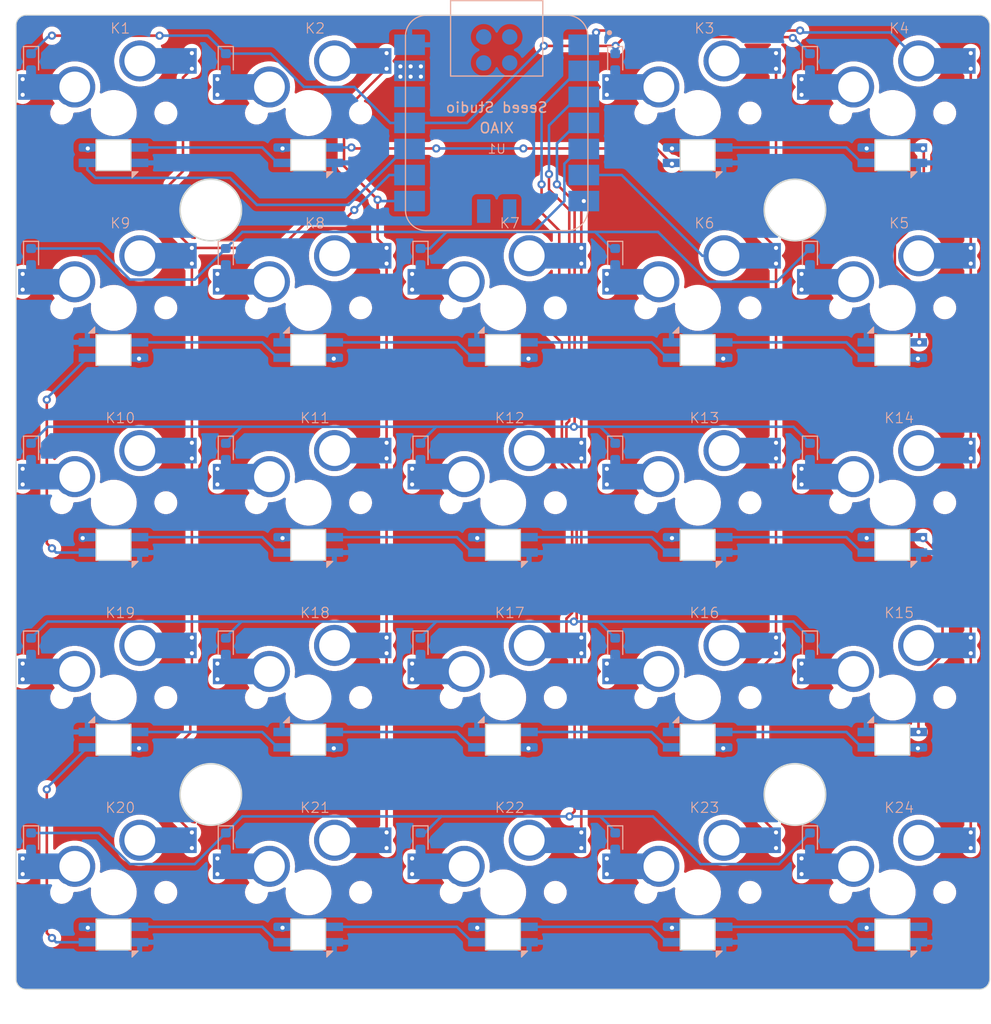
<source format=kicad_pcb>
(kicad_pcb (version 20221018) (generator pcbnew)
  (layers (0 "F.Cu" signal) (31 "B.Cu" signal) (34 "B.Paste" user) (35 "F.Paste" user) (36 "B.SilkS" user "B.Silkscreen") (37 "F.SilkS" user "F.Silkscreen") (38 "B.Mask" user) (39 "F.Mask" user) (44 "Edge.Cuts" user))
  (net 0 "")
  (net 1 "VDD")
  (net 2 "Net-(K1-DOUT)")
  (net 3 "GND")
  (net 4 "/LED_DIN")
  (net 5 "/ROW1")
  (net 6 "/COL1")
  (net 7 "Net-(K2-DOUT)")
  (net 8 "/COL2")
  (net 9 "Net-(K3-DOUT)")
  (net 10 "/COL4")
  (net 11 "Net-(K4-DOUT)")
  (net 12 "/COL5")
  (net 13 "Net-(K5-DOUT)")
  (net 14 "/ROW2")
  (net 15 "Net-(K6-DOUT)")
  (net 16 "Net-(K7-DOUT)")
  (net 17 "/COL3")
  (net 18 "Net-(K8-DOUT)")
  (net 19 "Net-(K10-DIN)")
  (net 20 "Net-(K10-DOUT)")
  (net 21 "/ROW3")
  (net 22 "Net-(K11-DOUT)")
  (net 23 "Net-(K12-DOUT)")
  (net 24 "Net-(K13-DOUT)")
  (net 25 "Net-(K14-DOUT)")
  (net 26 "Net-(K15-DOUT)")
  (net 27 "/ROW4")
  (net 28 "Net-(K16-DOUT)")
  (net 29 "Net-(K17-DOUT)")
  (net 30 "Net-(K18-DOUT)")
  (net 31 "Net-(K19-DOUT)")
  (net 32 "Net-(K20-DOUT)")
  (net 33 "/ROW5")
  (net 34 "Net-(K21-DOUT)")
  (net 35 "Net-(K22-DOUT)")
  (net 36 "Net-(K23-DOUT)")
  (footprint "easy_keeb:1U_hl" (layer "F.Cu") (at 88.509038 122.568897)
    (fp_text reference "K22")
    (fp_text value "~")
    (fp_line (start 7.796569 -6.910845) (end 7.796569 -3.910845) (stroke (width 0.12)) (layer "Edge.Cuts"))
    (fp_line (start 7.796569 -3.910845) (end 11.196569 -3.910845) (stroke (width 0.12)) (layer "Edge.Cuts"))
    (fp_line (start 11.196569 -6.910845) (end 7.796569 -6.910845) (stroke (width 0.12)) (layer "Edge.Cuts"))
    (fp_line (start 11.196569 -3.910845) (end 11.196569 -6.910845) (stroke (width 0.12)) (layer "Edge.Cuts"))
  )
  (footprint "easy_keeb:1U_hl" (layer "F.Cu") (at 50.509038 46.568897)
    (fp_text reference "K1")
    (fp_text value "~")
    (fp_line (start 7.796569 -6.910845) (end 7.796569 -3.910845) (stroke (width 0.12)) (layer "Edge.Cuts"))
    (fp_line (start 7.796569 -3.910845) (end 11.196569 -3.910845) (stroke (width 0.12)) (layer "Edge.Cuts"))
    (fp_line (start 11.196569 -6.910845) (end 7.796569 -6.910845) (stroke (width 0.12)) (layer "Edge.Cuts"))
    (fp_line (start 11.196569 -3.910845) (end 11.196569 -6.910845) (stroke (width 0.12)) (layer "Edge.Cuts"))
  )
  (footprint "easy_keeb:1U_hl_backwards" (layer "F.Cu") (at 126.509038 65.568897)
    (fp_text reference "K5")
    (fp_text value "~")
    (fp_line (start 7.796569 -6.910845) (end 7.796569 -3.910845) (stroke (width 0.12)) (layer "Edge.Cuts"))
    (fp_line (start 7.796569 -3.910845) (end 11.196569 -3.910845) (stroke (width 0.12)) (layer "Edge.Cuts"))
    (fp_line (start 11.196569 -6.910845) (end 7.796569 -6.910845) (stroke (width 0.12)) (layer "Edge.Cuts"))
    (fp_line (start 11.196569 -3.910845) (end 11.196569 -6.910845) (stroke (width 0.12)) (layer "Edge.Cuts"))
  )
  (footprint "easy_keeb:1U_hl_backwards" (layer "F.Cu") (at 69.509038 103.568897)
    (fp_text reference "K18")
    (fp_text value "~")
    (fp_line (start 7.796569 -6.910845) (end 7.796569 -3.910845) (stroke (width 0.12)) (layer "Edge.Cuts"))
    (fp_line (start 7.796569 -3.910845) (end 11.196569 -3.910845) (stroke (width 0.12)) (layer "Edge.Cuts"))
    (fp_line (start 11.196569 -6.910845) (end 7.796569 -6.910845) (stroke (width 0.12)) (layer "Edge.Cuts"))
    (fp_line (start 11.196569 -3.910845) (end 11.196569 -6.910845) (stroke (width 0.12)) (layer "Edge.Cuts"))
  )
  (footprint "easy_keeb:1U_hl" (layer "F.Cu") (at 50.509038 122.568897)
    (fp_text reference "K20")
    (fp_text value "~")
    (fp_line (start 7.796569 -6.910845) (end 7.796569 -3.910845) (stroke (width 0.12)) (layer "Edge.Cuts"))
    (fp_line (start 7.796569 -3.910845) (end 11.196569 -3.910845) (stroke (width 0.12)) (layer "Edge.Cuts"))
    (fp_line (start 11.196569 -6.910845) (end 7.796569 -6.910845) (stroke (width 0.12)) (layer "Edge.Cuts"))
    (fp_line (start 11.196569 -3.910845) (end 11.196569 -6.910845) (stroke (width 0.12)) (layer "Edge.Cuts"))
  )
  (footprint "easy_keeb:1U_hl" (layer "F.Cu") (at 69.509038 46.568897)
    (fp_text reference "K2")
    (fp_text value "~")
    (fp_line (start 7.796569 -6.910845) (end 7.796569 -3.910845) (stroke (width 0.12)) (layer "Edge.Cuts"))
    (fp_line (start 7.796569 -3.910845) (end 11.196569 -3.910845) (stroke (width 0.12)) (layer "Edge.Cuts"))
    (fp_line (start 11.196569 -6.910845) (end 7.796569 -6.910845) (stroke (width 0.12)) (layer "Edge.Cuts"))
    (fp_line (start 11.196569 -3.910845) (end 11.196569 -6.910845) (stroke (width 0.12)) (layer "Edge.Cuts"))
  )
  (footprint "easy_keeb:1U_hl" (layer "F.Cu") (at 69.509038 84.568897)
    (fp_text reference "K11")
    (fp_text value "~")
    (fp_line (start 7.796569 -6.910845) (end 7.796569 -3.910845) (stroke (width 0.12)) (layer "Edge.Cuts"))
    (fp_line (start 7.796569 -3.910845) (end 11.196569 -3.910845) (stroke (width 0.12)) (layer "Edge.Cuts"))
    (fp_line (start 11.196569 -6.910845) (end 7.796569 -6.910845) (stroke (width 0.12)) (layer "Edge.Cuts"))
    (fp_line (start 11.196569 -3.910845) (end 11.196569 -6.910845) (stroke (width 0.12)) (layer "Edge.Cuts"))
  )
  (footprint "easy_keeb:1U_hl_backwards" (layer "F.Cu") (at 50.509038 103.568897)
    (fp_text reference "K19")
    (fp_text value "~")
    (fp_line (start 7.796569 -6.910845) (end 7.796569 -3.910845) (stroke (width 0.12)) (layer "Edge.Cuts"))
    (fp_line (start 7.796569 -3.910845) (end 11.196569 -3.910845) (stroke (width 0.12)) (layer "Edge.Cuts"))
    (fp_line (start 11.196569 -6.910845) (end 7.796569 -6.910845) (stroke (width 0.12)) (layer "Edge.Cuts"))
    (fp_line (start 11.196569 -3.910845) (end 11.196569 -6.910845) (stroke (width 0.12)) (layer "Edge.Cuts"))
  )
  (footprint "easy_keeb:1U_hl" (layer "F.Cu") (at 126.509038 84.568897)
    (fp_text reference "K14")
    (fp_text value "~")
    (fp_line (start 7.796569 -6.910845) (end 7.796569 -3.910845) (stroke (width 0.12)) (layer "Edge.Cuts"))
    (fp_line (start 7.796569 -3.910845) (end 11.196569 -3.910845) (stroke (width 0.12)) (layer "Edge.Cuts"))
    (fp_line (start 11.196569 -6.910845) (end 7.796569 -6.910845) (stroke (width 0.12)) (layer "Edge.Cuts"))
    (fp_line (start 11.196569 -3.910845) (end 11.196569 -6.910845) (stroke (width 0.12)) (layer "Edge.Cuts"))
  )
  (footprint "easy_keeb:1U_hl_backwards" (layer "F.Cu") (at 126.509038 103.568897)
    (fp_text reference "K15")
    (fp_text value "~")
    (fp_line (start 7.796569 -6.910845) (end 7.796569 -3.910845) (stroke (width 0.12)) (layer "Edge.Cuts"))
    (fp_line (start 7.796569 -3.910845) (end 11.196569 -3.910845) (stroke (width 0.12)) (layer "Edge.Cuts"))
    (fp_line (start 11.196569 -6.910845) (end 7.796569 -6.910845) (stroke (width 0.12)) (layer "Edge.Cuts"))
    (fp_line (start 11.196569 -3.910845) (end 11.196569 -6.910845) (stroke (width 0.12)) (layer "Edge.Cuts"))
  )
  (footprint "easy_keeb:1U_hl" (layer "F.Cu") (at 107.509038 46.568897)
    (fp_text reference "K3")
    (fp_text value "~")
    (fp_line (start 7.796569 -6.910845) (end 7.796569 -3.910845) (stroke (width 0.12)) (layer "Edge.Cuts"))
    (fp_line (start 7.796569 -3.910845) (end 11.196569 -3.910845) (stroke (width 0.12)) (layer "Edge.Cuts"))
    (fp_line (start 11.196569 -6.910845) (end 7.796569 -6.910845) (stroke (width 0.12)) (layer "Edge.Cuts"))
    (fp_line (start 11.196569 -3.910845) (end 11.196569 -6.910845) (stroke (width 0.12)) (layer "Edge.Cuts"))
  )
  (footprint "easy_keeb:1U_hl_backwards" (layer "F.Cu") (at 107.509038 65.568897)
    (fp_text reference "K6")
    (fp_text value "~")
    (fp_line (start 7.796569 -6.910845) (end 7.796569 -3.910845) (stroke (width 0.12)) (layer "Edge.Cuts"))
    (fp_line (start 7.796569 -3.910845) (end 11.196569 -3.910845) (stroke (width 0.12)) (layer "Edge.Cuts"))
    (fp_line (start 11.196569 -6.910845) (end 7.796569 -6.910845) (stroke (width 0.12)) (layer "Edge.Cuts"))
    (fp_line (start 11.196569 -3.910845) (end 11.196569 -6.910845) (stroke (width 0.12)) (layer "Edge.Cuts"))
  )
  (footprint "easy_keeb:1U_hl" (layer "F.Cu") (at 126.509038 122.568897)
    (fp_text reference "K24")
    (fp_text value "~")
    (fp_line (start 7.796569 -6.910845) (end 7.796569 -3.910845) (stroke (width 0.12)) (layer "Edge.Cuts"))
    (fp_line (start 7.796569 -3.910845) (end 11.196569 -3.910845) (stroke (width 0.12)) (layer "Edge.Cuts"))
    (fp_line (start 11.196569 -6.910845) (end 7.796569 -6.910845) (stroke (width 0.12)) (layer "Edge.Cuts"))
    (fp_line (start 11.196569 -3.910845) (end 11.196569 -6.910845) (stroke (width 0.12)) (layer "Edge.Cuts"))
  )
  (footprint "easy_keeb:1U_hl_backwards" (layer "F.Cu") (at 50.509038 65.568897)
    (fp_text reference "K9")
    (fp_text value "~")
    (fp_line (start 7.796569 -6.910845) (end 7.796569 -3.910845) (stroke (width 0.12)) (layer "Edge.Cuts"))
    (fp_line (start 7.796569 -3.910845) (end 11.196569 -3.910845) (stroke (width 0.12)) (layer "Edge.Cuts"))
    (fp_line (start 11.196569 -6.910845) (end 7.796569 -6.910845) (stroke (width 0.12)) (layer "Edge.Cuts"))
    (fp_line (start 11.196569 -3.910845) (end 11.196569 -6.910845) (stroke (width 0.12)) (layer "Edge.Cuts"))
  )
  (footprint "easy_keeb:1U_hl_backwards" (layer "F.Cu") (at 88.509038 103.568897)
    (fp_text reference "K17")
    (fp_text value "~")
    (fp_line (start 7.796569 -6.910845) (end 7.796569 -3.910845) (stroke (width 0.12)) (layer "Edge.Cuts"))
    (fp_line (start 7.796569 -3.910845) (end 11.196569 -3.910845) (stroke (width 0.12)) (layer "Edge.Cuts"))
    (fp_line (start 11.196569 -6.910845) (end 7.796569 -6.910845) (stroke (width 0.12)) (layer "Edge.Cuts"))
    (fp_line (start 11.196569 -3.910845) (end 11.196569 -6.910845) (stroke (width 0.12)) (layer "Edge.Cuts"))
  )
  (footprint "easy_keeb:1U_hl" (layer "F.Cu") (at 126.509038 46.568897)
    (fp_text reference "K4")
    (fp_text value "~")
    (fp_line (start 7.796569 -6.910845) (end 7.796569 -3.910845) (stroke (width 0.12)) (layer "Edge.Cuts"))
    (fp_line (start 7.796569 -3.910845) (end 11.196569 -3.910845) (stroke (width 0.12)) (layer "Edge.Cuts"))
    (fp_line (start 11.196569 -6.910845) (end 7.796569 -6.910845) (stroke (width 0.12)) (layer "Edge.Cuts"))
    (fp_line (start 11.196569 -3.910845) (end 11.196569 -6.910845) (stroke (width 0.12)) (layer "Edge.Cuts"))
  )
  (footprint "easy_keeb:1U_hl_backwards" (layer "F.Cu") (at 88.509038 65.568897)
    (fp_text reference "K7")
    (fp_text value "~")
    (fp_line (start 7.796569 -6.910845) (end 7.796569 -3.910845) (stroke (width 0.12)) (layer "Edge.Cuts"))
    (fp_line (start 7.796569 -3.910845) (end 11.196569 -3.910845) (stroke (width 0.12)) (layer "Edge.Cuts"))
    (fp_line (start 11.196569 -6.910845) (end 7.796569 -6.910845) (stroke (width 0.12)) (layer "Edge.Cuts"))
    (fp_line (start 11.196569 -3.910845) (end 11.196569 -6.910845) (stroke (width 0.12)) (layer "Edge.Cuts"))
  )
  (footprint "easy_keeb:1U_hl" (layer "F.Cu") (at 88.509038 84.568897)
    (fp_text reference "K12")
    (fp_text value "~")
    (fp_line (start 7.796569 -6.910845) (end 7.796569 -3.910845) (stroke (width 0.12)) (layer "Edge.Cuts"))
    (fp_line (start 7.796569 -3.910845) (end 11.196569 -3.910845) (stroke (width 0.12)) (layer "Edge.Cuts"))
    (fp_line (start 11.196569 -6.910845) (end 7.796569 -6.910845) (stroke (width 0.12)) (layer "Edge.Cuts"))
    (fp_line (start 11.196569 -3.910845) (end 11.196569 -6.910845) (stroke (width 0.12)) (layer "Edge.Cuts"))
  )
  (footprint "easy_keeb:1U_hl" (layer "F.Cu") (at 69.509038 122.568897)
    (fp_text reference "K21")
    (fp_text value "~")
    (fp_line (start 7.796569 -6.910845) (end 7.796569 -3.910845) (stroke (width 0.12)) (layer "Edge.Cuts"))
    (fp_line (start 7.796569 -3.910845) (end 11.196569 -3.910845) (stroke (width 0.12)) (layer "Edge.Cuts"))
    (fp_line (start 11.196569 -6.910845) (end 7.796569 -6.910845) (stroke (width 0.12)) (layer "Edge.Cuts"))
    (fp_line (start 11.196569 -3.910845) (end 11.196569 -6.910845) (stroke (width 0.12)) (layer "Edge.Cuts"))
  )
  (footprint "easy_keeb:1U_hl" (layer "F.Cu") (at 107.509038 122.568897)
    (fp_text reference "K23")
    (fp_text value "~")
    (fp_line (start 7.796569 -6.910845) (end 7.796569 -3.910845) (stroke (width 0.12)) (layer "Edge.Cuts"))
    (fp_line (start 7.796569 -3.910845) (end 11.196569 -3.910845) (stroke (width 0.12)) (layer "Edge.Cuts"))
    (fp_line (start 11.196569 -6.910845) (end 7.796569 -6.910845) (stroke (width 0.12)) (layer "Edge.Cuts"))
    (fp_line (start 11.196569 -3.910845) (end 11.196569 -6.910845) (stroke (width 0.12)) (layer "Edge.Cuts"))
  )
  (footprint "easy_keeb:1U_hl" (layer "F.Cu") (at 107.509038 84.568897)
    (fp_text reference "K13")
    (fp_text value "~")
    (fp_line (start 7.796569 -6.910845) (end 7.796569 -3.910845) (stroke (width 0.12)) (layer "Edge.Cuts"))
    (fp_line (start 7.796569 -3.910845) (end 11.196569 -3.910845) (stroke (width 0.12)) (layer "Edge.Cuts"))
    (fp_line (start 11.196569 -6.910845) (end 7.796569 -6.910845) (stroke (width 0.12)) (layer "Edge.Cuts"))
    (fp_line (start 11.196569 -3.910845) (end 11.196569 -6.910845) (stroke (width 0.12)) (layer "Edge.Cuts"))
  )
  (footprint "easy_keeb:1U_hl_backwards" (layer "F.Cu") (at 69.509038 65.568897)
    (fp_text reference "K8")
    (fp_text value "~")
    (fp_line (start 7.796569 -6.910845) (end 7.796569 -3.910845) (stroke (width 0.12)) (layer "Edge.Cuts"))
    (fp_line (start 7.796569 -3.910845) (end 11.196569 -3.910845) (stroke (width 0.12)) (layer "Edge.Cuts"))
    (fp_line (start 11.196569 -6.910845) (end 7.796569 -6.910845) (stroke (width 0.12)) (layer "Edge.Cuts"))
    (fp_line (start 11.196569 -3.910845) (end 11.196569 -6.910845) (stroke (width 0.12)) (layer "Edge.Cuts"))
  )
  (footprint "easy_keeb:1U_hl" (layer "F.Cu") (at 50.509038 84.568897)
    (fp_text reference "K10")
    (fp_text value "~")
    (fp_line (start 7.796569 -6.910845) (end 7.796569 -3.910845) (stroke (width 0.12)) (layer "Edge.Cuts"))
    (fp_line (start 7.796569 -3.910845) (end 11.196569 -3.910845) (stroke (width 0.12)) (layer "Edge.Cuts"))
    (fp_line (start 11.196569 -6.910845) (end 7.796569 -6.910845) (stroke (width 0.12)) (layer "Edge.Cuts"))
    (fp_line (start 11.196569 -3.910845) (end 11.196569 -6.910845) (stroke (width 0.12)) (layer "Edge.Cuts"))
  )
  (footprint "easy_keeb:1U_hl_backwards" (layer "F.Cu") (at 107.509038 103.568897)
    (fp_text reference "K16")
    (fp_text value "~")
    (fp_line (start 7.796569 -6.910845) (end 7.796569 -3.910845) (stroke (width 0.12)) (layer "Edge.Cuts"))
    (fp_line (start 7.796569 -3.910845) (end 11.196569 -3.910845) (stroke (width 0.12)) (layer "Edge.Cuts"))
    (fp_line (start 11.196569 -6.910845) (end 7.796569 -6.910845) (stroke (width 0.12)) (layer "Edge.Cuts"))
    (fp_line (start 11.196569 -3.910845) (end 11.196569 -6.910845) (stroke (width 0.12)) (layer "Edge.Cuts"))
  )
  (footprint "Seeed Studio XIAO Series Library:XIAO-SAMD21-RP2040-14P-2.54-21X17.8MM (Seeeduino XIAO)" (layer "B.Cu") (at 97.396717 38.009387 180)
    (fp_text reference "U1")
    (fp_text value "Seeed Studio XIAO SAMD21" hide)
  )
  (gr_line (start 51.5 27.5) (end 144.5 27.5) (stroke (width 0.1)) (layer "Edge.Cuts"))
  (gr_arc (start 51.5 122.5) (mid 50.792893 122.207107) (end 50.5 121.5) (stroke (width 0.1)) (layer "Edge.Cuts"))
  (gr_circle (center 69.5 103.5) (end 72.5 103.5) (stroke (width 0.15)) (fill none) (layer "Edge.Cuts"))
  (gr_circle (center 69.5 46.5) (end 72.5 46.5) (stroke (width 0.15)) (fill none) (layer "Edge.Cuts"))
  (gr_arc (start 144.5 27.5) (mid 145.207107 27.792893) (end 145.5 28.5) (stroke (width 0.1)) (layer "Edge.Cuts"))
  (gr_line (start 50.5 121.5) (end 50.5 28.5) (stroke (width 0.1)) (layer "Edge.Cuts"))
  (gr_line (start 144.5 122.5) (end 51.5 122.5) (stroke (width 0.1)) (layer "Edge.Cuts"))
  (gr_arc (start 50.5 28.5) (mid 50.792893 27.792893) (end 51.5 27.5) (stroke (width 0.1)) (layer "Edge.Cuts"))
  (gr_circle (center 126.5 103.5) (end 129.5 103.5) (stroke (width 0.15)) (fill none) (layer "Edge.Cuts"))
  (gr_line (start 145.5 28.5) (end 145.5 121.5) (stroke (width 0.1)) (layer "Edge.Cuts"))
  (gr_arc (start 145.5 121.5) (mid 145.207107 122.207107) (end 144.5 122.5) (stroke (width 0.1)) (layer "Edge.Cuts"))
  (gr_circle (center 126.5 46.5) (end 129.5 46.5) (stroke (width 0.15)) (fill none) (layer "Edge.Cuts"))
  (segment (start 76.015607 41.908052) (end 74.515607 40.408052) (width 0.25) (layer "B.Cu") (net 2))
  (segment (start 74.515607 40.408052) (end 62.555607 40.408052) (width 0.25) (layer "B.Cu") (net 2))
  (segment (start 76.455607 41.908052) (end 76.015607 41.908052) (width 0.25) (layer "B.Cu") (net 2))
  (via (at 90 33.5) (size 0.8) (drill 0.4) (layers "F.Cu" "B.Cu") (net 3))
  (via (at 114.5 40.5) (size 0.8) (drill 0.4) (layers "F.Cu" "B.Cu") (net 3))
  (via (at 114.5 116.5) (size 0.8) (drill 0.4) (layers "F.Cu" "B.Cu") (net 3))
  (via (at 57.5 40.5) (size 0.8) (drill 0.4) (layers "F.Cu" "B.Cu") (net 3))
  (via (at 57.5 116.5) (size 0.8) (drill 0.4) (layers "F.Cu" "B.Cu") (net 3))
  (via (at 81.5 61) (size 0.8) (drill 0.4) (layers "F.Cu" "B.Cu") (net 3))
  (via (at 133.5 78.5) (size 0.8) (drill 0.4) (layers "F.Cu" "B.Cu") (net 3))
  (via (at 119.5 99) (size 0.8) (drill 0.4) (layers "F.Cu" "B.Cu") (net 3))
  (via (at 119.5 61) (size 0.8) (drill 0.4) (layers "F.Cu" "B.Cu") (net 3))
  (via (at 100.5 61) (size 0.8) (drill 0.4) (layers "F.Cu" "B.Cu") (net 3))
  (via (at 95.5 78.5) (size 0.8) (drill 0.4) (layers "F.Cu" "B.Cu") (net 3))
  (via (at 62.5 99) (size 0.8) (drill 0.4) (layers "F.Cu" "B.Cu") (net 3))
  (via (at 100.5 99) (size 0.8) (drill 0.4) (layers "F.Cu" "B.Cu") (net 3))
  (via (at 62.5 61) (size 0.8) (drill 0.4) (layers "F.Cu" "B.Cu") (net 3))
  (via (at 133.5 116.5) (size 0.8) (drill 0.4) (layers "F.Cu" "B.Cu") (net 3))
  (via (at 76.5 116.5) (size 0.8) (drill 0.4) (layers "F.Cu" "B.Cu") (net 3))
  (via (at 133.5 40.5) (size 0.8) (drill 0.4) (layers "F.Cu" "B.Cu") (net 3))
  (via (at 89 32.5) (size 0.8) (drill 0.4) (layers "F.Cu" "B.Cu") (net 3))
  (via (at 138.5 99) (size 0.8) (drill 0.4) (layers "F.Cu" "B.Cu") (net 3))
  (via (at 88 32.5) (size 0.8) (drill 0.4) (layers "F.Cu" "B.Cu") (net 3))
  (via (at 89 33.5) (size 0.8) (drill 0.4) (layers "F.Cu" "B.Cu") (net 3))
  (via (at 95.5 116.5) (size 0.8) (drill 0.4) (layers "F.Cu" "B.Cu") (net 3))
  (via (at 90 32.5) (size 0.8) (drill 0.4) (layers "F.Cu" "B.Cu") (net 3))
  (via (at 76.5 40.5) (size 0.8) (drill 0.4) (layers "F.Cu" "B.Cu") (net 3))
  (via (at 81.5 99) (size 0.8) (drill 0.4) (layers "F.Cu" "B.Cu") (net 3))
  (via (at 57 78.5) (size 0.8) (drill 0.4) (layers "F.Cu" "B.Cu") (net 3))
  (via (at 76.5 78.5) (size 0.8) (drill 0.4) (layers "F.Cu" "B.Cu") (net 3))
  (via (at 114.5 78.5) (size 0.8) (drill 0.4) (layers "F.Cu" "B.Cu") (net 3))
  (via (at 88 33.5) (size 0.8) (drill 0.4) (layers "F.Cu" "B.Cu") (net 3))
  (via (at 138.5 61) (size 0.8) (drill 0.4) (layers "F.Cu" "B.Cu") (net 3))
  (segment (start 88.896717 32.929387) (end 89.429387 32.929387) (width 0.25) (layer "B.Cu") (net 3))
  (segment (start 88.429387 32.929387) (end 88 32.5) (width 0.25) (layer "B.Cu") (net 3))
  (segment (start 89.570613 32.929387) (end 90 32.5) (width 0.25) (layer "B.Cu") (net 3))
  (segment (start 88.896717 32.929387) (end 88.896717 32.603283) (width 0.25) (layer "B.Cu") (net 3))
  (segment (start 88.896717 33.396717) (end 89 33.5) (width 0.25) (layer "B.Cu") (net 3))
  (segment (start 89.429387 32.929387) (end 90 33.5) (width 0.25) (layer "B.Cu") (net 3))
  (segment (start 88.896717 32.603283) (end 89 32.5) (width 0.25) (layer "B.Cu") (net 3))
  (segment (start 88.570613 32.929387) (end 88 33.5) (width 0.25) (layer "B.Cu") (net 3))
  (segment (start 88.896717 32.929387) (end 88.429387 32.929387) (width 0.25) (layer "B.Cu") (net 3))
  (segment (start 88.896717 32.929387) (end 88.896717 33.396717) (width 0.25) (layer "B.Cu") (net 3))
  (segment (start 88.896717 32.929387) (end 88.570613 32.929387) (width 0.25) (layer "B.Cu") (net 3))
  (segment (start 88.896717 32.929387) (end 89.570613 32.929387) (width 0.25) (layer "B.Cu") (net 3))
  (segment (start 71.367238 43.367238) (end 74 46) (width 0.25) (layer "B.Cu") (net 4))
  (segment (start 57.455607 42.568052) (end 58.254793 43.367238) (width 0.25) (layer "B.Cu") (net 4))
  (segment (start 58.254793 43.367238) (end 71.367238 43.367238) (width 0.25) (layer "B.Cu") (net 4))
  (segment (start 82.946104 46) (end 88.396717 40.549387) (width 0.25) (layer "B.Cu") (net 4))
  (segment (start 88.396717 40.549387) (end 88.896717 40.549387) (width 0.25) (layer "B.Cu") (net 4))
  (segment (start 57.455607 41.908052) (end 57.455607 42.568052) (width 0.25) (layer "B.Cu") (net 4))
  (segment (start 74 46) (end 82.946104 46) (width 0.25) (layer "B.Cu") (net 4))
  (segment (start 54 29.5) (end 64.5 29.5) (width 0.25) (layer "F.Cu") (net 5))
  (segment (start 126.207642 29.638897) (end 109.861103 29.638897) (width 0.25) (layer "F.Cu") (net 5))
  (segment (start 126.293245 29.7245) (end 126.207642 29.638897) (width 0.25) (layer "F.Cu") (net 5))
  (segment (start 109.861103 29.638897) (end 109 30.5) (width 0.25) (layer "F.Cu") (net 5))
  (segment (start 102 30.5) (end 109 30.5) (width 0.25) (layer "F.Cu") (net 5))
  (via (at 109 30.5) (size 0.8) (drill 0.4) (layers "F.Cu" "B.Cu") (net 5))
  (via (at 102 30.5) (size 0.8) (drill 0.4) (layers "F.Cu" "B.Cu") (net 5))
  (via (at 54 29.5) (size 0.8) (drill 0.4) (layers "F.Cu" "B.Cu") (net 5))
  (via (at 64.5 29.5) (size 0.8) (drill 0.4) (layers "F.Cu" "B.Cu") (net 5))
  (via (at 126.293245 29.7245) (size 0.8) (drill 0.4) (layers "F.Cu" "B.Cu") (net 5))
  (segment (start 88.896717 38.009387) (end 94.490613 38.009387) (width 0.25) (layer "B.Cu") (net 5))
  (segment (start 109 30.5) (end 109 31.217191) (width 0.25) (layer "B.Cu") (net 5))
  (segment (start 64.5 29.5) (end 69.205949 29.5) (width 0.25) (layer "B.Cu") (net 5))
  (segment (start 94.490613 38.009387) (end 102 30.5) (width 0.25) (layer "B.Cu") (net 5))
  (segment (start 126.344846 29.672899) (end 126.293245 29.7245) (width 0.25) (layer "B.Cu") (net 5))
  (segment (start 53.861103 29.638897) (end 54 29.5) (width 0.25) (layer "B.Cu") (net 5))
  (segment (start 126.344846 29.638897) (end 126.344846 29.672899) (width 0.25) (layer "B.Cu") (net 5))
  (segment (start 51.96157 31.255621) (end 53.578294 29.638897) (width 0.25) (layer "B.Cu") (net 5))
  (segment (start 127.96157 31.255621) (end 126.344846 29.638897) (width 0.25) (layer "B.Cu") (net 5))
  (segment (start 69.205949 29.5) (end 70.96157 31.255621) (width 0.25) (layer "B.Cu") (net 5))
  (segment (start 109 31.217191) (end 108.96157 31.255621) (width 0.25) (layer "B.Cu") (net 5))
  (segment (start 70.96157 31.255621) (end 75.344038 31.255621) (width 0.25) (layer "B.Cu") (net 5))
  (segment (start 53.578294 29.638897) (end 53.861103 29.638897) (width 0.25) (layer "B.Cu") (net 5))
  (segment (start 75.344038 31.255621) (end 78.588417 34.5) (width 0.25) (layer "B.Cu") (net 5))
  (segment (start 87.009387 38.009387) (end 88.896717 38.009387) (width 0.25) (layer "B.Cu") (net 5))
  (segment (start 78.588417 34.5) (end 83.5 34.5) (width 0.25) (layer "B.Cu") (net 5))
  (segment (start 83.5 34.5) (end 87.009387 38.009387) (width 0.25) (layer "B.Cu") (net 5))
  (segment (start 76.298103 50.201897) (end 79 47.5) (width 0.25) (layer "F.Cu") (net 6))
  (segment (start 67.5 97.5) (end 65.5 99.5) (width 0.25) (layer "F.Cu") (net 6))
  (segment (start 67.654038 89.725897) (end 67.654038 95.845962) (width 0.25) (layer "F.Cu") (net 6))
  (segment (start 67.654038 32.725897) (end 66.786947 33.592988) (width 0.25) (layer "F.Cu") (net 6))
  (segment (start 66.786947 33.592988) (end 66.786947 42.713053) (width 0.25) (layer "F.Cu") (net 6))
  (segment (start 65.5 99.5) (end 65.5 105.047859) (width 0.25) (layer "F.Cu") (net 6))
  (segment (start 82.5 47.5) (end 83.5 46.5) (width 0.25) (layer "F.Cu") (net 6))
  (segment (start 65.5 44) (end 65.5 48.047859) (width 0.25) (layer "F.Cu") (net 6))
  (segment (start 66.786947 42.713053) (end 65.5 44) (width 0.25) (layer "F.Cu") (net 6))
  (segment (start 67.654038 50.201897) (end 76.298103 50.201897) (width 0.25) (layer "F.Cu") (net 6))
  (segment (start 65.5 105.047859) (end 67.654038 107.201897) (width 0.25) (layer "F.Cu") (net 6))
  (segment (start 67.654038 95.845962) (end 67.5 96) (width 0.25) (layer "F.Cu") (net 6))
  (segment (start 67.654038 50.201897) (end 67.654038 89.725897) (width 0.25) (layer "F.Cu") (net 6))
  (segment (start 67.5 96) (end 67.5 97.5) (width 0.25) (layer "F.Cu") (net 6))
  (segment (start 65.5 48.047859) (end 67.654038 50.201897) (width 0.25) (layer "F.Cu") (net 6))
  (segment (start 79 47.5) (end 82.5 47.5) (width 0.25) (layer "F.Cu") (net 6))
  (via (at 83.5 46.5) (size 0.8) (drill 0.4) (layers "F.Cu" "B.Cu") (net 6))
  (segment (start 86.910613 43.089387) (end 88.896717 43.089387) (width 0.25) (layer "B.Cu") (net 6))
  (segment (start 83.5 46.5) (end 86.910613 43.089387) (width 0.25) (layer "B.Cu") (net 6))
  (segment (start 91.5 40.5) (end 83.316448 40.5) (width 0.25) (layer "F.Cu") (net 7))
  (segment (start 114.5 42) (end 113 40.5) (width 0.25) (layer "F.Cu") (net 7))
  (segment (start 83.316448 40.5) (end 83.2245 40.408052) (width 0.25) (layer "F.Cu") (net 7))
  (segment (start 113 40.5) (end 100 40.5) (width 0.25) (layer "F.Cu") (net 7))
  (via (at 100 40.5) (size 0.8) (drill 0.4) (layers "F.Cu" "B.Cu") (net 7))
  (via (at 83.2245 40.408052) (size 0.8) (drill 0.4) (layers "F.Cu" "B.Cu") (net 7))
  (via (at 114.5 42) (size 0.8) (drill 0.4) (layers "F.Cu" "B.Cu") (net 7))
  (via (at 91.5 40.5) (size 0.8) (drill 0.4) (layers "F.Cu" "B.Cu") (net 7))
  (segment (start 100 40.5) (end 91.5 40.5) (width 0.25) (layer "B.Cu") (net 7))
  (segment (start 83.2245 40.408052) (end 81.555607 40.408052) (width 0.25) (layer "B.Cu") (net 7))
  (segment (start 114.455607 41.908052) (end 114.455607 41.955607) (width 0.25) (layer "B.Cu") (net 7))
  (segment (start 114.455607 41.955607) (end 114.5 42) (width 0.25) (layer "B.Cu") (net 7))
  (segment (start 86.654038 108.725897) (end 86.654038 50.201897) (width 0.25) (layer "F.Cu") (net 8))
  (segment (start 85.775 49.322859) (end 86.654038 50.201897) (width 0.25) (layer "F.Cu") (net 8))
  (segment (start 86.654038 32.725897) (end 82.5 36.879935) (width 0.25) (layer "F.Cu") (net 8))
  (segment (start 82.5 36.879935) (end 82.5 42.225) (width 0.25) (layer "F.Cu") (net 8))
  (segment (start 85.775 45.5) (end 85.775 49.322859) (width 0.25) (layer "F.Cu") (net 8))
  (segment (start 82.5 42.225) (end 85.775 45.5) (width 0.25) (layer "F.Cu") (net 8))
  (via (at 85.775 45.5) (size 0.8) (drill 0.4) (layers "F.Cu" "B.Cu") (net 8))
  (segment (start 85.904387 45.629387) (end 85.775 45.5) (width 0.25) (layer "B.Cu") (net 8))
  (segment (start 88.896717 45.629387) (end 85.904387 45.629387) (width 0.25) (layer "B.Cu") (net 8))
  (segment (start 131.515607 40.408052) (end 119.555607 40.408052) (width 0.25) (layer "B.Cu") (net 9))
  (segment (start 133.455607 41.908052) (end 133.015607 41.908052) (width 0.25) (layer "B.Cu") (net 9))
  (segment (start 133.015607 41.908052) (end 131.515607 40.408052) (width 0.25) (layer "B.Cu") (net 9))
  (segment (start 123.372538 105.920397) (end 123.372538 91.007397) (width 0.25) (layer "F.Cu") (net 10))
  (segment (start 124.654038 88.201897) (end 124.654038 70.725897) (width 0.25) (layer "F.Cu") (net 10))
  (segment (start 124.654038 107.201897) (end 123.372538 105.920397) (width 0.25) (layer "F.Cu") (net 10))
  (segment (start 124.654038 32.725897) (end 124.654038 41.845962) (width 0.25) (layer "F.Cu") (net 10))
  (segment (start 123 43.5) (end 123 48.547859) (width 0.25) (layer "F.Cu") (net 10))
  (segment (start 124.654038 69.201897) (end 124.654038 51.725897) (width 0.25) (layer "F.Cu") (net 10))
  (segment (start 124.654038 41.845962) (end 123 43.5) (width 0.25) (layer "F.Cu") (net 10))
  (segment (start 123 48.547859) (end 124.654038 50.201897) (width 0.25) (layer "F.Cu") (net 10))
  (segment (start 123.372538 91.007397) (end 124.654038 89.725897) (width 0.25) (layer "F.Cu") (net 10))
  (segment (start 105.896717 43.089387) (end 109.589387 43.089387) (width 0.25) (layer "B.Cu") (net 10))
  (segment (start 117.463897 50.963897) (end 119.574038 50.963897) (width 0.25) (layer "B.Cu") (net 10))
  (segment (start 109.589387 43.089387) (end 117.463897 50.963897) (width 0.25) (layer "B.Cu") (net 10))
  (segment (start 138.631569 59.408052) (end 138.631569 54.309475) (width 0.25) (layer "F.Cu") (net 11))
  (segment (start 136.249038 51.926944) (end 136.249038 49.826924) (width 0.25) (layer "F.Cu") (net 11))
  (segment (start 136.249038 49.826924) (end 139.071569 47.004393) (width 0.25) (layer "F.Cu") (net 11))
  (segment (start 138.631569 54.309475) (end 136.249038 51.926944) (width 0.25) (layer "F.Cu") (net 11))
  (segment (start 139.071569 47.004393) (end 139.071569 40.408052) (width 0.25) (layer "F.Cu") (net 11))
  (via (at 139 40.5) (size 0.8) (drill 0.4) (layers "F.Cu" "B.Cu") (net 11))
  (via (at 138.631569 59.408052) (size 0.8) (drill 0.4) (layers "F.Cu" "B.Cu") (net 11))
  (segment (start 139 40.5) (end 138.995607 40.408052) (width 0.25) (layer "B.Cu") (net 11))
  (segment (start 138.555607 40.408052) (end 139 40.5) (width 0.25) (layer "B.Cu") (net 11))
  (segment (start 107.286104 29) (end 107.097207 29.188897) (width 0.25) (layer "F.Cu") (net 12))
  (segment (start 143.654038 107.201897) (end 143.654038 32.725897) (width 0.25) (layer "F.Cu") (net 12))
  (segment (start 127 29) (end 107.286104 29) (width 0.25) (layer "F.Cu") (net 12))
  (via (at 127 29) (size 0.8) (drill 0.4) (layers "F.Cu" "B.Cu") (net 12))
  (via (at 107.097207 29.188897) (size 0.8) (drill 0.4) (layers "F.Cu" "B.Cu") (net 12))
  (segment (start 138.574038 31.963897) (end 135.799038 29.188897) (width 0.25) (layer "B.Cu") (net 12))
  (segment (start 135.799038 29.188897) (end 127.188897 29.188897) (width 0.25) (layer "B.Cu") (net 12))
  (segment (start 107.097207 29.188897) (end 105.896717 30.389387) (width 0.25) (layer "B.Cu") (net 12))
  (segment (start 127.188897 29.188897) (end 127 29) (width 0.25) (layer "B.Cu") (net 12))
  (segment (start 133.455607 60.908052) (end 133.015607 60.908052) (width 0.25) (layer "B.Cu") (net 13))
  (segment (start 133.015607 60.908052) (end 131.515607 59.408052) (width 0.25) (layer "B.Cu") (net 13))
  (segment (start 131.515607 59.408052) (end 119.555607 59.408052) (width 0.25) (layer "B.Cu") (net 13))
  (segment (start 107 48.638897) (end 113.138897 48.638897) (width 0.25) (layer "B.Cu") (net 14))
  (segment (start 104 42) (end 105.450613 40.549387) (width 0.25) (layer "B.Cu") (net 14))
  (segment (start 51.96157 50.255621) (end 58.577715 50.255621) (width 0.25) (layer "B.Cu") (net 14))
  (segment (start 124.717191 53.5) (end 127.96157 50.255621) (width 0.25) (layer "B.Cu") (net 14))
  (segment (start 70.96157 50.255621) (end 72.578294 48.638897) (width 0.25) (layer "B.Cu") (net 14))
  (segment (start 61.610991 53.288897) (end 67.928294 53.288897) (width 0.25) (layer "B.Cu") (net 14))
  (segment (start 104 45.638897) (end 104 42) (width 0.25) (layer "B.Cu") (net 14))
  (segment (start 58.577715 50.255621) (end 61.610991 53.288897) (width 0.25) (layer "B.Cu") (net 14))
  (segment (start 108.96157 50.255621) (end 108.616724 50.255621) (width 0.25) (layer "B.Cu") (net 14))
  (segment (start 118 53.5) (end 124.717191 53.5) (width 0.25) (layer "B.Cu") (net 14))
  (segment (start 92.5 48.638897) (end 101 48.638897) (width 0.25) (layer "B.Cu") (net 14))
  (segment (start 105.450613 40.549387) (end 105.896717 40.549387) (width 0.25) (layer "B.Cu") (net 14))
  (segment (start 113.138897 48.638897) (end 118 53.5) (width 0.25) (layer "B.Cu") (net 14))
  (segment (start 89.96157 50.255621) (end 90.883276 50.255621) (width 0.25) (layer "B.Cu") (net 14))
  (segment (start 101 48.638897) (end 107 48.638897) (width 0.25) (layer "B.Cu") (net 14))
  (segment (start 67.928294 53.288897) (end 70.96157 50.255621) (width 0.25) (layer "B.Cu") (net 14))
  (segment (start 108.616724 50.255621) (end 107 48.638897) (width 0.25) (layer "B.Cu") (net 14))
  (segment (start 72.578294 48.638897) (end 92.5 48.638897) (width 0.25) (layer "B.Cu") (net 14))
  (segment (start 90.883276 50.255621) (end 92.5 48.638897) (width 0.25) (layer "B.Cu") (net 14))
  (segment (start 101 48.638897) (end 104 45.638897) (width 0.25) (layer "B.Cu") (net 14))
  (segment (start 114.015607 60.908052) (end 112.515607 59.408052) (width 0.25) (layer "B.Cu") (net 15))
  (segment (start 112.515607 59.408052) (end 100.555607 59.408052) (width 0.25) (layer "B.Cu") (net 15))
  (segment (start 114.455607 60.908052) (end 114.015607 60.908052) (width 0.25) (layer "B.Cu") (net 15))
  (segment (start 93.515607 59.408052) (end 81.555607 59.408052) (width 0.25) (layer "B.Cu") (net 16))
  (segment (start 95.015607 60.908052) (end 93.515607 59.408052) (width 0.25) (layer "B.Cu") (net 16))
  (segment (start 95.455607 60.908052) (end 95.015607 60.908052) (width 0.25) (layer "B.Cu") (net 16))
  (segment (start 105.654038 45.872066) (end 105.896717 45.629387) (width 0.25) (layer "F.Cu") (net 17))
  (segment (start 105.654038 50.201897) (end 105.654038 108.725897) (width 0.25) (layer "F.Cu") (net 17))
  (segment (start 105.654038 50.201897) (end 105.654038 45.872066) (width 0.25) (layer "F.Cu") (net 17))
  (via (at 105.896717 45.629387) (size 0.8) (drill 0.4) (layers "F.Cu" "B.Cu") (net 17))
  (segment (start 76.015607 60.908052) (end 74.515607 59.408052) (width 0.25) (layer "B.Cu") (net 18))
  (segment (start 76.455607 60.908052) (end 76.015607 60.908052) (width 0.25) (layer "B.Cu") (net 18))
  (segment (start 74.515607 59.408052) (end 62.555607 59.408052) (width 0.25) (layer "B.Cu") (net 18))
  (segment (start 53.5 65) (end 53.5 79) (width 0.25) (layer "F.Cu") (net 19))
  (segment (start 53.5 79) (end 54 79.5) (width 0.25) (layer "F.Cu") (net 19))
  (via (at 53.5 65) (size 0.8) (drill 0.4) (layers "F.Cu" "B.Cu") (net 19))
  (via (at 54 79.5) (size 0.8) (drill 0.4) (layers "F.Cu" "B.Cu") (net 19))
  (segment (start 54.408052 79.908052) (end 57.455607 79.908052) (width 0.25) (layer "B.Cu") (net 19))
  (segment (start 57.455607 60.908052) (end 53.5 64.863659) (width 0.25) (layer "B.Cu") (net 19))
  (segment (start 54 79.5) (end 54.408052 79.908052) (width 0.25) (layer "B.Cu") (net 19))
  (segment (start 74.515607 78.408052) (end 62.555607 78.408052) (width 0.25) (layer "B.Cu") (net 20))
  (segment (start 76.455607 79.908052) (end 76.015607 79.908052) (width 0.25) (layer "B.Cu") (net 20))
  (segment (start 76.015607 79.908052) (end 74.515607 78.408052) (width 0.25) (layer "B.Cu") (net 20))
  (segment (start 104.929538 67.638897) (end 105 67.568435) (width 0.25) (layer "F.Cu") (net 21))
  (segment (start 104.929038 52.026202) (end 104.929038 49.901592) (width 0.25) (layer "F.Cu") (net 21))
  (segment (start 105 52.097164) (end 104.929038 52.026202) (width 0.25) (layer "F.Cu") (net 21))
  (segment (start 105 45.7245) (end 103.2755 44) (width 0.25) (layer "F.Cu") (net 21))
  (segment (start 105 67.568435) (end 105 52.097164) (width 0.25) (layer "F.Cu") (net 21))
  (segment (start 104.929038 49.901592) (end 105 49.83063) (width 0.25) (layer "F.Cu") (net 21))
  (segment (start 105 49.83063) (end 105 45.7245) (width 0.25) (layer "F.Cu") (net 21))
  (via (at 104.929538 67.638897) (size 0.8) (drill 0.4) (layers "F.Cu" "B.Cu") (net 21))
  (via (at 103.2755 44) (size 0.8) (drill 0.4) (layers "F.Cu" "B.Cu") (net 21))
  (segment (start 72.5 67.638897) (end 91.5 67.638897) (width 0.25) (layer "B.Cu") (net 21))
  (segment (start 104.929538 67.638897) (end 107.5 67.638897) (width 0.25) (layer "B.Cu") (net 21))
  (segment (start 108.96157 69.100467) (end 107.5 67.638897) (width 0.25) (layer "B.Cu") (net 21))
  (segment (start 105.286717 38.009387) (end 103.2755 40.020604) (width 0.25) (layer "B.Cu") (net 21))
  (segment (start 89.96157 69.255621) (end 89.96157 69.177327) (width 0.25) (layer "B.Cu") (net 21))
  (segment (start 89.96157 69.177327) (end 91.5 67.638897) (width 0.25) (layer "B.Cu") (net 21))
  (segment (start 70.96157 69.255621) (end 70.96157 69.177327) (width 0.25) (layer "B.Cu") (net 21))
  (segment (start 107.5 67.638897) (end 126.344846 67.638897) (width 0.25) (layer "B.Cu") (net 21))
  (segment (start 103.2755 40.020604) (end 103.2755 44) (width 0.25) (layer "B.Cu") (net 21))
  (segment (start 51.96157 69.255621) (end 53.578294 67.638897) (width 0.25) (layer "B.Cu") (net 21))
  (segment (start 108.96157 69.255621) (end 108.96157 69.100467) (width 0.25) (layer "B.Cu") (net 21))
  (segment (start 105.896717 38.009387) (end 105.286717 38.009387) (width 0.25) (layer "B.Cu") (net 21))
  (segment (start 70.96157 69.177327) (end 72.5 67.638897) (width 0.25) (layer "B.Cu") (net 21))
  (segment (start 126.344846 67.638897) (end 127.96157 69.255621) (width 0.25) (layer "B.Cu") (net 21))
  (segment (start 53.578294 67.638897) (end 72.5 67.638897) (width 0.25) (layer "B.Cu") (net 21))
  (segment (start 91.5 67.638897) (end 104.929538 67.638897) (width 0.25) (layer "B.Cu") (net 21))
  (segment (start 93.515607 78.408052) (end 81.555607 78.408052) (width 0.25) (layer "B.Cu") (net 22))
  (segment (start 95.455607 79.908052) (end 95.015607 79.908052) (width 0.25) (layer "B.Cu") (net 22))
  (segment (start 95.015607 79.908052) (end 93.515607 78.408052) (width 0.25) (layer "B.Cu") (net 22))
  (segment (start 112.515607 78.408052) (end 100.555607 78.408052) (width 0.25) (layer "B.Cu") (net 23))
  (segment (start 114.015607 79.908052) (end 112.515607 78.408052) (width 0.25) (layer "B.Cu") (net 23))
  (segment (start 114.455607 79.908052) (end 114.015607 79.908052) (width 0.25) (layer "B.Cu") (net 23))
  (segment (start 133.455607 79.908052) (end 133.015607 79.908052) (width 0.25) (layer "B.Cu") (net 24))
  (segment (start 131.515607 78.408052) (end 119.555607 78.408052) (width 0.25) (layer "B.Cu") (net 24))
  (segment (start 133.015607 79.908052) (end 131.515607 78.408052) (width 0.25) (layer "B.Cu") (net 24))
  (segment (start 140.899038 80.399038) (end 139 78.5) (width 0.25) (layer "F.Cu") (net 25))
  (segment (start 139.015962 78.5) (end 139 78.5) (width 0.25) (layer "F.Cu") (net 25))
  (segment (start 138.555607 97.408052) (end 138.575962 97.428407) (width 0.25) (layer "F.Cu") (net 25))
  (segment (start 138.575962 97.428407) (end 138.575962 97.5) (width 0.25) (layer "F.Cu") (net 25))
  (segment (start 139.015962 78.5) (end 139.015962 78.5) (width 0.25) (layer "F.Cu") (net 25))
  (segment (start 138.555607 97.408052) (end 138.555607 92.270375) (width 0.25) (layer "F.Cu") (net 25))
  (segment (start 140.899038 89.926944) (end 140.899038 80.399038) (width 0.25) (layer "F.Cu") (net 25))
  (segment (start 138.555607 92.270375) (end 140.899038 89.926944) (width 0.25) (layer "F.Cu") (net 25))
  (via (at 138.555607 97.408052) (size 0.8) (drill 0.4) (layers "F.Cu" "B.Cu") (net 25))
  (via (at 139 78.5) (size 0.8) (drill 0.4) (layers "F.Cu" "B.Cu") (net 25))
  (segment (start 138.5 78.5) (end 138.94 78.5) (width 0.25) (layer "B.Cu") (net 25))
  (segment (start 133.015607 98.908052) (end 131.515607 97.408052) (width 0.25) (layer "B.Cu") (net 26))
  (segment (start 133.455607 98.908052) (end 133.015607 98.908052) (width 0.25) (layer "B.Cu") (net 26))
  (segment (start 131.515607 97.408052) (end 119.555607 97.408052) (width 0.25) (layer "B.Cu") (net 26))
  (segment (start 102.5 44.5) (end 104.479038 46.479038) (width 0.25) (layer "F.Cu") (net 27))
  (segment (start 102.5 43) (end 102.5 44.5) (width 0.25) (layer "F.Cu") (net 27))
  (segment (start 105.204038 86.364397) (end 104.929538 86.638897) (width 0.25) (layer "F.Cu") (net 27))
  (segment (start 105.204038 72) (end 105.204038 86.364397) (width 0.25) (layer "F.Cu") (net 27))
  (segment (start 104.204538 67.338592) (end 104.204538 71.0005) (width 0.25) (layer "F.Cu") (net 27))
  (segment (start 104.204538 71.0005) (end 105.204038 72) (width 0.25) (layer "F.Cu") (net 27))
  (segment (start 104.479038 67.064092) (end 104.204538 67.338592) (width 0.25) (layer "F.Cu") (net 27))
  (segment (start 104.479038 46.479038) (end 104.479038 67.064092) (width 0.25) (layer "F.Cu") (net 27))
  (via (at 104.929538 86.638897) (size 0.8) (drill 0.4) (layers "F.Cu" "B.Cu") (net 27))
  (via (at 102.5 43) (size 0.8) (drill 0.4) (layers "F.Cu" "B.Cu") (net 27))
  (segment (start 89.96157 88.255621) (end 89.96157 88.177327) (width 0.25) (layer "B.Cu") (net 27))
  (segment (start 53.578294 86.638897) (end 72.5 86.638897) (width 0.25) (layer "B.Cu") (net 27))
  (segment (start 70.96157 88.177327) (end 72.5 86.638897) (width 0.25) (layer "B.Cu") (net 27))
  (segment (start 107 86.638897) (end 126.344846 86.638897) (width 0.25) (layer "B.Cu") (net 27))
  (segment (start 105.286717 35.469387) (end 102.5 38.256104) (width 0.25) (layer "B.Cu") (net 27))
  (segment (start 91.5 86.638897) (end 107 86.638897) (width 0.25) (layer "B.Cu") (net 27))
  (segment (start 105.896717 35.469387) (end 105.286717 35.469387) (width 0.25) (layer "B.Cu") (net 27))
  (segment (start 89.96157 88.177327) (end 91.5 86.638897) (width 0.25) (layer "B.Cu") (net 27))
  (segment (start 70.96157 88.255621) (end 70.96157 88.177327) (width 0.25) (layer "B.Cu") (net 27))
  (segment (start 72.5 86.638897) (end 91.5 86.638897) (width 0.25) (layer "B.Cu") (net 27))
  (segment (start 108.96157 88.255621) (end 107.344846 86.638897) (width 0.25) (layer "B.Cu") (net 27))
  (segment (start 107.344846 86.638897) (end 107 86.638897) (width 0.25) (layer "B.Cu") (net 27))
  (segment (start 51.96157 88.255621) (end 53.578294 86.638897) (width 0.25) (layer "B.Cu") (net 27))
  (segment (start 102.5 38.256104) (end 102.5 43) (width 0.25) (layer "B.Cu") (net 27))
  (segment (start 126.344846 86.638897) (end 127.96157 88.255621) (width 0.25) (layer "B.Cu") (net 27))
  (segment (start 114.015607 98.908052) (end 112.515607 97.408052) (width 0.25) (layer "B.Cu") (net 28))
  (segment (start 112.515607 97.408052) (end 100.555607 97.408052) (width 0.25) (layer "B.Cu") (net 28))
  (segment (start 114.455607 98.908052) (end 114.015607 98.908052) (width 0.25) (layer "B.Cu") (net 28))
  (segment (start 95.455607 98.908052) (end 95.015607 98.908052) (width 0.25) (layer "B.Cu") (net 29))
  (segment (start 95.015607 98.908052) (end 93.515607 97.408052) (width 0.25) (layer "B.Cu") (net 29))
  (segment (start 93.515607 97.408052) (end 81.555607 97.408052) (width 0.25) (layer "B.Cu") (net 29))
  (segment (start 74.515607 97.408052) (end 62.555607 97.408052) (width 0.25) (layer "B.Cu") (net 30))
  (segment (start 76.015607 98.908052) (end 74.515607 97.408052) (width 0.25) (layer "B.Cu") (net 30))
  (segment (start 76.455607 98.908052) (end 76.015607 98.908052) (width 0.25) (layer "B.Cu") (net 30))
  (segment (start 53.5 117) (end 54 117.5) (width 0.25) (layer "F.Cu") (net 31))
  (segment (start 53.5 103) (end 53.5 117) (width 0.25) (layer "F.Cu") (net 31))
  (via (at 53.5 103) (size 0.8) (drill 0.4) (layers "F.Cu" "B.Cu") (net 31))
  (via (at 54 117.5) (size 0.8) (drill 0.4) (layers "F.Cu" "B.Cu") (net 31))
  (segment (start 53.5 102.863659) (end 53.5 103) (width 0.25) (layer "B.Cu") (net 31))
  (segment (start 57.455607 98.908052) (end 53.5 102.863659) (width 0.25) (layer "B.Cu") (net 31))
  (segment (start 54 117.5) (end 54.408052 117.908052) (width 0.25) (layer "B.Cu") (net 31))
  (segment (start 54.408052 117.908052) (end 57.455607 117.908052) (width 0.25) (layer "B.Cu") (net 31))
  (segment (start 74.515607 116.408052) (end 62.555607 116.408052) (width 0.25) (layer "B.Cu") (net 32))
  (segment (start 76.455607 117.908052) (end 76.015607 117.908052) (width 0.25) (layer "B.Cu") (net 32))
  (segment (start 76.015607 117.908052) (end 74.515607 116.408052) (width 0.25) (layer "B.Cu") (net 32))
  (segment (start 104.754038 72.254038) (end 103.754538 71.254538) (width 0.25) (layer "F.Cu") (net 33))
  (segment (start 105 90.097164) (end 104.204538 89.301702) (width 0.25) (layer "F.Cu") (net 33))
  (segment (start 104.754038 85.789092) (end 104.754038 72.254038) (width 0.25) (layer "F.Cu") (net 33))
  (segment (start 104.5 105.638897) (end 105 105.138897) (width 0.25) (layer "F.Cu") (net 33))
  (segment (start 103.5 53) (end 103.5 48.5) (width 0.25) (layer "F.Cu") (net 33))
  (segment (start 103.5 48.5) (end 101.7755 46.7755) (width 0.25) (layer "F.Cu") (net 33))
  (segment (start 105 105.138897) (end 105 90.097164) (width 0.25) (layer "F.Cu") (net 33))
  (segment (start 101.7755 46.7755) (end 101.7755 44) (width 0.25) (layer "F.Cu") (net 33))
  (segment (start 103.754538 59.453367) (end 101.5 57.198829) (width 0.25) (layer "F.Cu") (net 33))
  (segment (start 101.5 57.198829) (end 101.5 55) (width 0.25) (layer "F.Cu") (net 33))
  (segment (start 104.204538 86.338592) (end 104.754038 85.789092) (width 0.25) (layer "F.Cu") (net 33))
  (segment (start 103.754538 71.254538) (end 103.754538 59.453367) (width 0.25) (layer "F.Cu") (net 33))
  (segment (start 101.5 55) (end 103.5 53) (width 0.25) (layer "F.Cu") (net 33))
  (segment (start 104.204538 89.301702) (end 104.204538 86.338592) (width 0.25) (layer "F.Cu") (net 33))
  (via (at 101.7755 44) (size 0.8) (drill 0.4) (layers "F.Cu" "B.Cu") (net 33))
  (via (at 104.5 105.638897) (size 0.8) (drill 0.4) (layers "F.Cu" "B.Cu") (net 33))
  (segment (start 107.5 105.638897) (end 112.638897 105.638897) (width 0.25) (layer "B.Cu") (net 33))
  (segment (start 112.638897 105.638897) (end 117.288897 110.288897) (width 0.25) (layer "B.Cu") (net 33))
  (segment (start 124.928294 110.288897) (end 127.96157 107.255621) (width 0.25) (layer "B.Cu") (net 33))
  (segment (start 58.577715 107.255621) (end 61.610991 110.288897) (width 0.25) (layer "B.Cu") (net 33))
  (segment (start 70.96157 107.255621) (end 72.578294 105.638897) (width 0.25) (layer "B.Cu") (net 33))
  (segment (start 117.288897 110.288897) (end 124.928294 110.288897) (width 0.25) (layer "B.Cu") (net 33))
  (segment (start 90.383276 107.255621) (end 92 105.638897) (width 0.25) (layer "B.Cu") (net 33))
  (segment (start 101.775 36.441104) (end 101.775 43.9995) (width 0.25) (layer "B.Cu") (net 33))
  (segment (start 105.286717 32.929387) (end 101.775 36.441104) (width 0.25) (layer "B.Cu") (net 33))
  (segment (start 51.96157 107.255621) (end 58.577715 107.255621) (width 0.25) (layer "B.Cu") (net 33))
  (segment (start 92 105.638897) (end 104.5 105.638897) (width 0.25) (layer "B.Cu") (net 33))
  (segment (start 108.96157 107.100467) (end 107.5 105.638897) (width 0.25) (layer "B.Cu") (net 33))
  (segment (start 108.96157 107.255621) (end 108.96157 107.100467) (width 0.25) (layer "B.Cu") (net 33))
  (segment (start 104.5 105.638897) (end 107.5 105.638897) (width 0.25) (layer "B.Cu") (net 33))
  (segment (start 89.96157 107.255621) (end 90.383276 107.255621) (width 0.25) (layer "B.Cu") (net 33))
  (segment (start 101.775 43.9995) (end 101.7755 44) (width 0.25) (layer "B.Cu") (net 33))
  (segment (start 67.928294 110.288897) (end 70.96157 107.255621) (width 0.25) (layer "B.Cu") (net 33))
  (segment (start 61.610991 110.288897) (end 67.928294 110.288897) (width 0.25) (layer "B.Cu") (net 33))
  (segment (start 105.896717 32.929387) (end 105.286717 32.929387) (width 0.25) (layer "B.Cu") (net 33))
  (segment (start 72.578294 105.638897) (end 92 105.638897) (width 0.25) (layer "B.Cu") (net 33))
  (segment (start 95.455607 117.908052) (end 95.015607 117.908052) (width 0.25) (layer "B.Cu") (net 34))
  (segment (start 95.015607 117.908052) (end 93.515607 116.408052) (width 0.25) (layer "B.Cu") (net 34))
  (segment (start 93.515607 116.408052) (end 81.555607 116.408052) (width 0.25) (layer "B.Cu") (net 34))
  (segment (start 114.015607 117.908052) (end 112.515607 116.408052) (width 0.25) (layer "B.Cu") (net 35))
  (segment (start 112.515607 116.408052) (end 100.555607 116.408052) (width 0.25) (layer "B.Cu") (net 35))
  (segment (start 114.455607 117.908052) (end 114.015607 117.908052) (width 0.25) (layer "B.Cu") (net 35))
  (segment (start 133.015607 117.908052) (end 131.515607 116.408052) (width 0.25) (layer "B.Cu") (net 36))
  (segment (start 131.515607 116.408052) (end 119.555607 116.408052) (width 0.25) (layer "B.Cu") (net 36))
  (segment (start 133.455607 117.908052) (end 133.015607 117.908052) (width 0.25) (layer "B.Cu") (net 36))
  (zone (net 3) (net_name "GND") (layer "F.Cu") (connect_pads (clearance 0.5)) (min_thickness 0.25) (fill yes (thermal_gap 0.5) (thermal_bridge_width 0.5))
    (polygon (pts (xy 50.5 27.5) (xy 50.509038 122.568897) (xy 145.5 122.5) (xy 145.5 27.5)))
  )
  (zone (net 1) (net_name "VDD") (layer "B.Cu") (priority 1) (connect_pads (clearance 0.5)) (min_thickness 0.25) (fill yes (thermal_gap 0.5) (thermal_bridge_width 0.5))
    (polygon (pts (xy 50.5 27.5) (xy 50.509038 122.568897) (xy 145.5 122.5) (xy 145.5 27.5)))
  )
)
</source>
